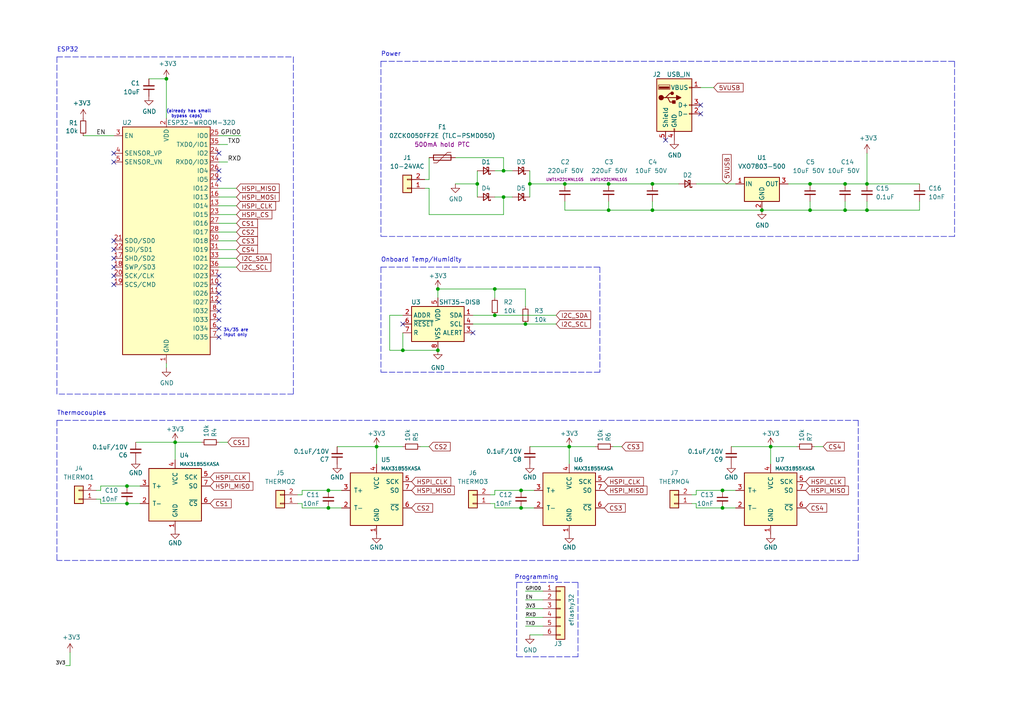
<source format=kicad_sch>
(kicad_sch (version 20211123) (generator eeschema)
  (paper "A4")
  (lib_symbols
    (symbol "Connector:USB_A" (pin_names (offset 1.016))
      (property "Reference" "J" (at -5.08 11.43 0))
      (property "Value" "USB_A" (at -5.08 8.89 0))
      (symbol "USB_A_0_1"
        (rectangle (start -5.08 -7.62) (end 5.08 7.62) (stroke (width 0.254)) (fill (type background)))
        (circle (center -3.81 2.159) (radius 0.635) (stroke (width 0.254)) (fill (type outline)))
        (rectangle (start -1.524 4.826) (end -4.318 5.334) (fill (type outline)))
        (rectangle (start -1.27 4.572) (end -4.572 5.842))
        (circle (center -0.635 3.429) (radius 0.381) (stroke (width 0.254)) (fill (type outline)))
        (rectangle (start -0.127 -7.62) (end 0.127 -6.858))
        (polyline (pts (xy -3.175 2.159) (xy -2.54 2.159) (xy -1.27 3.429) (xy -0.635 3.429)) (stroke (width 0.254)))
        (polyline (pts (xy -2.54 2.159) (xy -1.905 2.159) (xy -1.27 0.889) (xy 0 0.889)) (stroke (width 0.254)))
        (polyline (pts (xy 0.635 2.794) (xy 0.635 1.524) (xy 1.905 2.159) (xy 0.635 2.794)) (stroke (width 0.254)) (fill (type outline)))
        (rectangle (start 0.254 1.27) (end -0.508 0.508) (stroke (width 0.254)) (fill (type outline)))
        (rectangle (start 5.08 -2.667) (end 4.318 -2.413))
        (rectangle (start 5.08 -0.127) (end 4.318 0.127))
        (rectangle (start 5.08 4.953) (end 4.318 5.207))
      )
      (symbol "USB_A_1_1"
        (polyline (pts (xy -1.905 2.159) (xy 0.635 2.159)) (stroke (width 0.254)))
        (pin power_in line (at 7.62 5.08 180) (length 2.54) (name "VBUS") (number "1"))
        (pin bidirectional line (at 7.62 -2.54 180) (length 2.54) (name "D-") (number "2"))
        (pin bidirectional line (at 7.62 0 180) (length 2.54) (name "D+") (number "3"))
        (pin power_in line (at 0 -10.16 90) (length 2.54) (name "GND") (number "4"))
        (pin passive line (at -2.54 -10.16 90) (length 2.54) (name "Shield") (number "5"))
      )
    )
    (symbol "Connector_Generic:Conn_01x02" (pin_names (offset 1.016) hide)
      (property "Reference" "J" (at 0 2.54 0))
      (property "Value" "Conn_01x02" (at 0 -5.08 0))
      (symbol "Conn_01x02_1_1"
        (rectangle (start -1.27 -2.413) (end 0 -2.667) (stroke (width 0.1524)))
        (rectangle (start -1.27 0.127) (end 0 -0.127) (stroke (width 0.1524)))
        (rectangle (start -1.27 1.27) (end 1.27 -3.81) (stroke (width 0.254)) (fill (type background)))
        (pin passive line (at -5.08 0 0) (length 3.81) (name "Pin_1") (number "1"))
        (pin passive line (at -5.08 -2.54 0) (length 3.81) (name "Pin_2") (number "2"))
      )
    )
    (symbol "Connector_Generic:Conn_01x06" (pin_names (offset 1.016) hide)
      (property "Reference" "J" (at 0 7.62 0))
      (property "Value" "Conn_01x06" (at 0 -10.16 0))
      (symbol "Conn_01x06_1_1"
        (rectangle (start -1.27 -7.493) (end 0 -7.747) (stroke (width 0.1524)))
        (rectangle (start -1.27 -4.953) (end 0 -5.207) (stroke (width 0.1524)))
        (rectangle (start -1.27 -2.413) (end 0 -2.667) (stroke (width 0.1524)))
        (rectangle (start -1.27 0.127) (end 0 -0.127) (stroke (width 0.1524)))
        (rectangle (start -1.27 2.667) (end 0 2.413) (stroke (width 0.1524)))
        (rectangle (start -1.27 5.207) (end 0 4.953) (stroke (width 0.1524)))
        (rectangle (start -1.27 6.35) (end 1.27 -8.89) (stroke (width 0.254)) (fill (type background)))
        (pin passive line (at -5.08 5.08 0) (length 3.81) (name "Pin_1") (number "1"))
        (pin passive line (at -5.08 2.54 0) (length 3.81) (name "Pin_2") (number "2"))
        (pin passive line (at -5.08 0 0) (length 3.81) (name "Pin_3") (number "3"))
        (pin passive line (at -5.08 -2.54 0) (length 3.81) (name "Pin_4") (number "4"))
        (pin passive line (at -5.08 -5.08 0) (length 3.81) (name "Pin_5") (number "5"))
        (pin passive line (at -5.08 -7.62 0) (length 3.81) (name "Pin_6") (number "6"))
      )
    )
    (symbol "Device:C_Small" (pin_numbers hide) (pin_names (offset 0.254) hide)
      (property "Reference" "C" (at 0.254 1.778 0))
      (property "Value" "C_Small" (at 0.254 -2.032 0))
      (symbol "C_Small_0_1"
        (polyline (pts (xy -1.524 -0.508) (xy 1.524 -0.508)) (stroke (width 0.3302)))
        (polyline (pts (xy -1.524 0.508) (xy 1.524 0.508)) (stroke (width 0.3048)))
      )
      (symbol "C_Small_1_1"
        (pin passive line (at 0 2.54 270) (length 2.032) (name "~") (number "1"))
        (pin passive line (at 0 -2.54 90) (length 2.032) (name "~") (number "2"))
      )
    )
    (symbol "Device:D_Schottky_Small" (pin_numbers hide) (pin_names (offset 0.254) hide)
      (property "Reference" "D" (at -1.27 2.032 0))
      (property "Value" "D_Schottky_Small" (at -7.112 -2.032 0))
      (symbol "D_Schottky_Small_0_1"
        (polyline (pts (xy -0.762 0) (xy 0.762 0)))
        (polyline (pts (xy 0.762 -1.016) (xy -0.762 0) (xy 0.762 1.016) (xy 0.762 -1.016)) (stroke (width 0.254)))
        (polyline (pts (xy -1.27 0.762) (xy -1.27 1.016) (xy -0.762 1.016) (xy -0.762 -1.016) (xy -0.254 -1.016) (xy -0.254 -0.762)) (stroke (width 0.254)))
      )
      (symbol "D_Schottky_Small_1_1"
        (pin passive line (at -2.54 0 0) (length 1.778) (name "K") (number "1"))
        (pin passive line (at 2.54 0 180) (length 1.778) (name "A") (number "2"))
      )
    )
    (symbol "Device:Polyfuse" (pin_numbers hide) (pin_names (offset 0))
      (property "Reference" "F" (at -2.54 0 90))
      (property "Value" "Polyfuse" (at 2.54 0 90))
      (symbol "Polyfuse_0_1"
        (rectangle (start -0.762 2.54) (end 0.762 -2.54) (stroke (width 0.254)))
        (polyline (pts (xy 0 2.54) (xy 0 -2.54)))
        (polyline (pts (xy -1.524 2.54) (xy -1.524 1.524) (xy 1.524 -1.524) (xy 1.524 -2.54)))
      )
      (symbol "Polyfuse_1_1"
        (pin passive line (at 0 3.81 270) (length 1.27) (name "~") (number "1"))
        (pin passive line (at 0 -3.81 90) (length 1.27) (name "~") (number "2"))
      )
    )
    (symbol "Device:R_Small" (pin_numbers hide) (pin_names (offset 0.254) hide)
      (property "Reference" "R" (at 0.762 0.508 0))
      (property "Value" "R_Small" (at 0.762 -1.016 0))
      (symbol "R_Small_0_1"
        (rectangle (start -0.762 1.778) (end 0.762 -1.778) (stroke (width 0.2032)))
      )
      (symbol "R_Small_1_1"
        (pin passive line (at 0 2.54 270) (length 0.762) (name "~") (number "1"))
        (pin passive line (at 0 -2.54 90) (length 0.762) (name "~") (number "2"))
      )
    )
    (symbol "RF_Module:ESP32-WROOM-32D"
      (property "Reference" "U" (at -12.7 34.29 0))
      (property "Value" "ESP32-WROOM-32D" (at 1.27 34.29 0))
      (symbol "ESP32-WROOM-32D_0_1"
        (rectangle (start -12.7 33.02) (end 12.7 -33.02) (stroke (width 0.254)) (fill (type background)))
      )
      (symbol "ESP32-WROOM-32D_1_1"
        (pin power_in line (at 0 -35.56 90) (length 2.54) (name "GND") (number "1"))
        (pin bidirectional line (at 15.24 -12.7 180) (length 2.54) (name "IO25") (number "10"))
        (pin bidirectional line (at 15.24 -15.24 180) (length 2.54) (name "IO26") (number "11"))
        (pin bidirectional line (at 15.24 -17.78 180) (length 2.54) (name "IO27") (number "12"))
        (pin bidirectional line (at 15.24 10.16 180) (length 2.54) (name "IO14") (number "13"))
        (pin bidirectional line (at 15.24 15.24 180) (length 2.54) (name "IO12") (number "14"))
        (pin passive line (at 0 -35.56 90) (length 2.54) hide (name "GND") (number "15"))
        (pin bidirectional line (at 15.24 12.7 180) (length 2.54) (name "IO13") (number "16"))
        (pin bidirectional line (at -15.24 -5.08 0) (length 2.54) (name "SHD/SD2") (number "17"))
        (pin bidirectional line (at -15.24 -7.62 0) (length 2.54) (name "SWP/SD3") (number "18"))
        (pin bidirectional line (at -15.24 -12.7 0) (length 2.54) (name "SCS/CMD") (number "19"))
        (pin power_in line (at 0 35.56 270) (length 2.54) (name "VDD") (number "2"))
        (pin bidirectional line (at -15.24 -10.16 0) (length 2.54) (name "SCK/CLK") (number "20"))
        (pin bidirectional line (at -15.24 0 0) (length 2.54) (name "SDO/SD0") (number "21"))
        (pin bidirectional line (at -15.24 -2.54 0) (length 2.54) (name "SDI/SD1") (number "22"))
        (pin bidirectional line (at 15.24 7.62 180) (length 2.54) (name "IO15") (number "23"))
        (pin bidirectional line (at 15.24 25.4 180) (length 2.54) (name "IO2") (number "24"))
        (pin bidirectional line (at 15.24 30.48 180) (length 2.54) (name "IO0") (number "25"))
        (pin bidirectional line (at 15.24 20.32 180) (length 2.54) (name "IO4") (number "26"))
        (pin bidirectional line (at 15.24 5.08 180) (length 2.54) (name "IO16") (number "27"))
        (pin bidirectional line (at 15.24 2.54 180) (length 2.54) (name "IO17") (number "28"))
        (pin bidirectional line (at 15.24 17.78 180) (length 2.54) (name "IO5") (number "29"))
        (pin input line (at -15.24 30.48 0) (length 2.54) (name "EN") (number "3"))
        (pin bidirectional line (at 15.24 0 180) (length 2.54) (name "IO18") (number "30"))
        (pin bidirectional line (at 15.24 -2.54 180) (length 2.54) (name "IO19") (number "31"))
        (pin no_connect line (at -12.7 -27.94 0) (length 2.54) hide (name "NC") (number "32"))
        (pin bidirectional line (at 15.24 -5.08 180) (length 2.54) (name "IO21") (number "33"))
        (pin bidirectional line (at 15.24 22.86 180) (length 2.54) (name "RXD0/IO3") (number "34"))
        (pin bidirectional line (at 15.24 27.94 180) (length 2.54) (name "TXD0/IO1") (number "35"))
        (pin bidirectional line (at 15.24 -7.62 180) (length 2.54) (name "IO22") (number "36"))
        (pin bidirectional line (at 15.24 -10.16 180) (length 2.54) (name "IO23") (number "37"))
        (pin passive line (at 0 -35.56 90) (length 2.54) hide (name "GND") (number "38"))
        (pin passive line (at 0 -35.56 90) (length 2.54) hide (name "GND") (number "39"))
        (pin input line (at -15.24 25.4 0) (length 2.54) (name "SENSOR_VP") (number "4"))
        (pin input line (at -15.24 22.86 0) (length 2.54) (name "SENSOR_VN") (number "5"))
        (pin input line (at 15.24 -25.4 180) (length 2.54) (name "IO34") (number "6"))
        (pin input line (at 15.24 -27.94 180) (length 2.54) (name "IO35") (number "7"))
        (pin bidirectional line (at 15.24 -20.32 180) (length 2.54) (name "IO32") (number "8"))
        (pin bidirectional line (at 15.24 -22.86 180) (length 2.54) (name "IO33") (number "9"))
      )
    )
    (symbol "Regulator_Linear:L7805" (pin_names (offset 0.254))
      (property "Reference" "U" (at -3.81 3.175 0))
      (property "Value" "L7805" (at 0 3.175 0))
      (symbol "L7805_0_1"
        (rectangle (start -5.08 1.905) (end 5.08 -5.08) (stroke (width 0.254)) (fill (type background)))
      )
      (symbol "L7805_1_1"
        (pin power_in line (at -7.62 0 0) (length 2.54) (name "IN") (number "1"))
        (pin power_in line (at 0 -7.62 90) (length 2.54) (name "GND") (number "2"))
        (pin power_out line (at 7.62 0 180) (length 2.54) (name "OUT") (number "3"))
      )
    )
    (symbol "Sensor_Humidity:SHT30-DIS"
      (property "Reference" "U" (at -6.35 6.35 0))
      (property "Value" "SHT30-DIS" (at 6.35 6.35 0))
      (symbol "SHT30-DIS_0_1"
        (rectangle (start -7.62 5.08) (end 7.62 -5.08) (stroke (width 0.254)) (fill (type background)))
      )
      (symbol "SHT30-DIS_1_1"
        (pin bidirectional line (at 10.16 2.54 180) (length 2.54) (name "SDA") (number "1"))
        (pin input line (at -10.16 2.54 0) (length 2.54) (name "ADDR") (number "2"))
        (pin output line (at 10.16 -2.54 180) (length 2.54) (name "ALERT") (number "3"))
        (pin input line (at 10.16 0 180) (length 2.54) (name "SCL") (number "4"))
        (pin power_in line (at 0 7.62 270) (length 2.54) (name "VDD") (number "5"))
        (pin input line (at -10.16 0 0) (length 2.54) (name "~{RESET}") (number "6"))
        (pin passive line (at -10.16 -2.54 0) (length 2.54) (name "R") (number "7"))
        (pin power_in line (at 0 -7.62 90) (length 2.54) (name "VSS") (number "8"))
        (pin passive line (at 0 -7.62 90) (length 2.54) hide (name "VSS") (number "9"))
      )
    )
    (symbol "Sensor_Temperature:MAX31855KASA" (pin_names (offset 1.016))
      (property "Reference" "U" (at -7.62 8.89 0))
      (property "Value" "MAX31855KASA" (at 1.27 8.89 0))
      (symbol "MAX31855KASA_0_1"
        (rectangle (start -7.62 7.62) (end 7.62 -7.62) (stroke (width 0.254)) (fill (type background)))
      )
      (symbol "MAX31855KASA_1_1"
        (pin power_in line (at 0 -10.16 90) (length 2.54) (name "GND") (number "1"))
        (pin passive line (at -10.16 -2.54 0) (length 2.54) (name "T-") (number "2"))
        (pin passive line (at -10.16 2.54 0) (length 2.54) (name "T+") (number "3"))
        (pin power_in line (at 0 10.16 270) (length 2.54) (name "VCC") (number "4"))
        (pin input line (at 10.16 5.08 180) (length 2.54) (name "SCK") (number "5"))
        (pin input line (at 10.16 -2.54 180) (length 2.54) (name "~{CS}") (number "6"))
        (pin tri_state line (at 10.16 2.54 180) (length 2.54) (name "SO") (number "7"))
      )
    )
    (symbol "power:+3V3" (power) (pin_names (offset 0))
      (property "Value" "+3V3" (at 0 3.556 0))
      (symbol "+3V3_0_1"
        (polyline (pts (xy -0.762 1.27) (xy 0 2.54)))
        (polyline (pts (xy 0 0) (xy 0 2.54)))
        (polyline (pts (xy 0 2.54) (xy 0.762 1.27)))
      )
      (symbol "+3V3_1_1"
        (pin power_in line (at 0 0 90) (length 0) hide (name "+3V3") (number "1"))
      )
    )
    (symbol "power:GND" (power) (pin_names (offset 0))
      (property "Value" "GND" (at 0 -3.81 0))
      (symbol "GND_0_1"
        (polyline (pts (xy 0 0) (xy 0 -1.27) (xy 1.27 -1.27) (xy 0 -2.54) (xy -1.27 -1.27) (xy 0 -1.27)))
      )
      (symbol "GND_1_1"
        (pin power_in line (at 0 0 270) (length 0) hide (name "GND") (number "1"))
      )
    )
  )
  (junction (at 163.83 53.34))
  (junction (at 143.51 91.44) (diameter 0.9144))
  (junction (at 176.53 60.96))
  (junction (at 189.23 53.34))
  (junction (at 234.95 60.96))
  (junction (at 95.25 147.32))
  (junction (at 251.46 53.34))
  (junction (at 176.53 53.34))
  (junction (at 220.98 60.96))
  (junction (at 234.95 53.34))
  (junction (at 127 83.82) (diameter 0.9144))
  (junction (at 245.11 53.34))
  (junction (at 109.22 129.54))
  (junction (at 127 101.6) (diameter 0.9144))
  (junction (at 152.4 93.98) (diameter 0.9144))
  (junction (at 245.11 60.96))
  (junction (at 36.83 140.97))
  (junction (at 223.52 129.54))
  (junction (at 146.05 57.15))
  (junction (at 146.05 49.53))
  (junction (at 151.13 147.32))
  (junction (at 251.46 60.96))
  (junction (at 209.55 142.24))
  (junction (at 138.43 53.34))
  (junction (at 116.84 101.6) (diameter 0.9144))
  (junction (at 95.25 142.24))
  (junction (at 50.8 128.27))
  (junction (at 143.51 83.82) (diameter 0.9144))
  (junction (at 151.13 142.24))
  (junction (at 153.67 53.34))
  (junction (at 48.26 22.86))
  (junction (at 189.23 60.96))
  (junction (at 36.83 146.05))
  (junction (at 209.55 147.32))
  (junction (at 165.1 129.54))
  (no_connect (at 63.5 87.63))
  (no_connect (at 33.02 74.93))
  (no_connect (at 33.02 69.85))
  (no_connect (at 63.5 52.07))
  (no_connect (at 63.5 49.53))
  (no_connect (at 63.5 82.55))
  (no_connect (at 193.04 40.64))
  (no_connect (at 63.5 92.71))
  (no_connect (at 116.84 93.98))
  (no_connect (at 63.5 97.79))
  (no_connect (at 63.5 85.09))
  (no_connect (at 63.5 44.45))
  (no_connect (at 33.02 82.55))
  (no_connect (at 33.02 72.39))
  (no_connect (at 63.5 90.17))
  (no_connect (at 33.02 44.45))
  (no_connect (at 137.16 96.52))
  (no_connect (at 63.5 95.25))
  (no_connect (at 203.2 33.02))
  (no_connect (at 203.2 30.48))
  (no_connect (at 33.02 80.01))
  (no_connect (at 33.02 46.99))
  (no_connect (at 63.5 80.01))
  (no_connect (at 33.02 77.47))
  (polyline (pts (xy 248.92 162.56) (xy 16.51 162.56)))
  (wire (pts (xy 63.5 67.31) (xy 68.58 67.31)))
  (wire (pts (xy 43.18 22.86) (xy 48.26 22.86)))
  (wire (pts (xy 157.48 171.45) (xy 152.4 171.45)))
  (wire (pts (xy 176.53 60.96) (xy 163.83 60.96)))
  (wire (pts (xy 201.93 53.34) (xy 213.36 53.34)))
  (wire (pts (xy 36.83 140.97) (xy 40.64 140.97)))
  (wire (pts (xy 146.05 49.53) (xy 148.59 49.53)))
  (wire (pts (xy 63.5 64.77) (xy 68.58 64.77)))
  (wire (pts (xy 50.8 128.27) (xy 58.42 128.27)))
  (wire (pts (xy 63.5 62.23) (xy 68.58 62.23)))
  (wire (pts (xy 236.22 129.54) (xy 238.76 129.54)))
  (polyline (pts (xy 248.92 121.92) (xy 248.92 162.56)))
  (wire (pts (xy 251.46 44.45) (xy 251.46 53.34)))
  (wire (pts (xy 165.1 129.54) (xy 172.72 129.54)))
  (wire (pts (xy 151.13 147.32) (xy 154.94 147.32)))
  (wire (pts (xy 124.46 45.72) (xy 124.46 52.07)))
  (wire (pts (xy 36.83 146.05) (xy 40.64 146.05)))
  (wire (pts (xy 29.21 146.05) (xy 36.83 146.05)))
  (wire (pts (xy 165.1 129.54) (xy 165.1 134.62)))
  (polyline (pts (xy 167.64 190.5) (xy 149.86 190.5)))
  (wire (pts (xy 109.22 129.54) (xy 109.22 134.62)))
  (wire (pts (xy 48.26 22.86) (xy 48.26 34.29)))
  (wire (pts (xy 153.67 53.34) (xy 163.83 53.34)))
  (wire (pts (xy 87.63 146.05) (xy 87.63 147.32)))
  (wire (pts (xy 121.92 129.54) (xy 124.46 129.54)))
  (polyline (pts (xy 85.09 114.3) (xy 16.51 114.3)))
  (wire (pts (xy 142.24 143.51) (xy 143.51 143.51)))
  (polyline (pts (xy 173.99 77.47) (xy 173.99 107.95)))
  (polyline (pts (xy 16.51 121.92) (xy 248.92 121.92)))
  (wire (pts (xy 63.5 77.47) (xy 68.58 77.47)))
  (wire (pts (xy 223.52 129.54) (xy 223.52 134.62)))
  (wire (pts (xy 234.95 58.42) (xy 234.95 60.96)))
  (wire (pts (xy 152.4 93.98) (xy 161.29 93.98)))
  (wire (pts (xy 146.05 57.15) (xy 148.59 57.15)))
  (wire (pts (xy 200.66 143.51) (xy 201.93 143.51)))
  (polyline (pts (xy 173.99 107.95) (xy 110.49 107.95)))
  (wire (pts (xy 201.93 142.24) (xy 209.55 142.24)))
  (wire (pts (xy 212.09 129.54) (xy 223.52 129.54)))
  (wire (pts (xy 124.46 54.61) (xy 123.19 54.61)))
  (wire (pts (xy 27.94 144.78) (xy 29.21 144.78)))
  (wire (pts (xy 153.67 49.53) (xy 153.67 53.34)))
  (wire (pts (xy 228.6 53.34) (xy 234.95 53.34)))
  (wire (pts (xy 116.84 96.52) (xy 116.84 101.6)))
  (wire (pts (xy 146.05 57.15) (xy 146.05 62.23)))
  (wire (pts (xy 127 83.82) (xy 143.51 83.82)))
  (wire (pts (xy 157.48 181.61) (xy 152.4 181.61)))
  (wire (pts (xy 39.37 128.27) (xy 50.8 128.27)))
  (wire (pts (xy 86.36 143.51) (xy 87.63 143.51)))
  (wire (pts (xy 116.84 101.6) (xy 127 101.6)))
  (wire (pts (xy 137.16 93.98) (xy 152.4 93.98)))
  (wire (pts (xy 63.5 41.91) (xy 66.04 41.91)))
  (wire (pts (xy 50.8 128.27) (xy 50.8 133.35)))
  (polyline (pts (xy 85.09 16.51) (xy 85.09 114.3)))
  (wire (pts (xy 27.94 142.24) (xy 29.21 142.24)))
  (wire (pts (xy 152.4 83.82) (xy 143.51 83.82)))
  (wire (pts (xy 189.23 53.34) (xy 196.85 53.34)))
  (wire (pts (xy 201.93 143.51) (xy 201.93 142.24)))
  (wire (pts (xy 251.46 60.96) (xy 245.11 60.96)))
  (polyline (pts (xy 110.49 17.78) (xy 110.49 68.58)))
  (wire (pts (xy 153.67 53.34) (xy 153.67 57.15)))
  (wire (pts (xy 201.93 147.32) (xy 209.55 147.32)))
  (wire (pts (xy 143.51 143.51) (xy 143.51 142.24)))
  (wire (pts (xy 24.13 39.37) (xy 33.02 39.37)))
  (wire (pts (xy 201.93 146.05) (xy 201.93 147.32)))
  (wire (pts (xy 146.05 62.23) (xy 124.46 62.23)))
  (wire (pts (xy 209.55 142.24) (xy 213.36 142.24)))
  (wire (pts (xy 95.25 147.32) (xy 99.06 147.32)))
  (polyline (pts (xy 276.86 68.58) (xy 110.49 68.58)))
  (wire (pts (xy 29.21 140.97) (xy 36.83 140.97)))
  (polyline (pts (xy 110.49 77.47) (xy 110.49 107.95)))
  (wire (pts (xy 209.55 147.32) (xy 213.36 147.32)))
  (polyline (pts (xy 276.86 17.78) (xy 276.86 68.58)))
  (wire (pts (xy 203.2 25.4) (xy 207.01 25.4)))
  (wire (pts (xy 266.7 60.96) (xy 251.46 60.96)))
  (wire (pts (xy 124.46 62.23) (xy 124.46 54.61)))
  (polyline (pts (xy 16.51 16.51) (xy 85.09 16.51)))
  (wire (pts (xy 63.5 39.37) (xy 69.85 39.37)))
  (wire (pts (xy 87.63 147.32) (xy 95.25 147.32)))
  (polyline (pts (xy 110.49 17.78) (xy 276.86 17.78)))
  (wire (pts (xy 29.21 142.24) (xy 29.21 140.97)))
  (wire (pts (xy 124.46 52.07) (xy 123.19 52.07)))
  (wire (pts (xy 109.22 129.54) (xy 116.84 129.54)))
  (wire (pts (xy 63.5 59.69) (xy 68.58 59.69)))
  (wire (pts (xy 48.26 105.41) (xy 48.26 106.68)))
  (wire (pts (xy 157.48 184.15) (xy 153.67 184.15)))
  (polyline (pts (xy 16.51 16.51) (xy 16.51 114.3)))
  (wire (pts (xy 245.11 60.96) (xy 245.11 58.42)))
  (wire (pts (xy 176.53 53.34) (xy 189.23 53.34)))
  (wire (pts (xy 143.51 57.15) (xy 146.05 57.15)))
  (polyline (pts (xy 167.64 168.91) (xy 167.64 190.5)))
  (wire (pts (xy 143.51 91.44) (xy 161.29 91.44)))
  (wire (pts (xy 234.95 53.34) (xy 245.11 53.34)))
  (wire (pts (xy 137.16 91.44) (xy 143.51 91.44)))
  (wire (pts (xy 20.32 193.04) (xy 19.05 193.04)))
  (wire (pts (xy 200.66 146.05) (xy 201.93 146.05)))
  (wire (pts (xy 29.21 144.78) (xy 29.21 146.05)))
  (wire (pts (xy 127 83.82) (xy 127 86.36)))
  (wire (pts (xy 132.08 45.72) (xy 146.05 45.72)))
  (wire (pts (xy 146.05 49.53) (xy 146.05 45.72)))
  (wire (pts (xy 223.52 129.54) (xy 231.14 129.54)))
  (polyline (pts (xy 16.51 121.92) (xy 16.51 162.56)))
  (wire (pts (xy 113.03 91.44) (xy 113.03 101.6)))
  (wire (pts (xy 143.51 142.24) (xy 151.13 142.24)))
  (wire (pts (xy 116.84 91.44) (xy 113.03 91.44)))
  (wire (pts (xy 143.51 83.82) (xy 143.51 86.36)))
  (wire (pts (xy 63.5 72.39) (xy 68.58 72.39)))
  (wire (pts (xy 157.48 176.53) (xy 152.4 176.53)))
  (wire (pts (xy 63.5 74.93) (xy 68.58 74.93)))
  (wire (pts (xy 138.43 49.53) (xy 138.43 53.34)))
  (wire (pts (xy 152.4 88.9) (xy 152.4 83.82)))
  (wire (pts (xy 113.03 101.6) (xy 116.84 101.6)))
  (wire (pts (xy 143.51 147.32) (xy 151.13 147.32)))
  (wire (pts (xy 177.8 129.54) (xy 180.34 129.54)))
  (wire (pts (xy 251.46 53.34) (xy 245.11 53.34)))
  (wire (pts (xy 132.08 53.34) (xy 138.43 53.34)))
  (polyline (pts (xy 149.86 168.91) (xy 149.86 190.5)))
  (wire (pts (xy 87.63 143.51) (xy 87.63 142.24)))
  (wire (pts (xy 234.95 60.96) (xy 220.98 60.96)))
  (wire (pts (xy 176.53 58.42) (xy 176.53 60.96)))
  (wire (pts (xy 163.83 60.96) (xy 163.83 58.42)))
  (polyline (pts (xy 110.49 77.47) (xy 173.99 77.47)))
  (wire (pts (xy 163.83 53.34) (xy 176.53 53.34)))
  (wire (pts (xy 142.24 146.05) (xy 143.51 146.05)))
  (wire (pts (xy 251.46 53.34) (xy 266.7 53.34)))
  (wire (pts (xy 153.67 129.54) (xy 165.1 129.54)))
  (wire (pts (xy 189.23 60.96) (xy 176.53 60.96)))
  (wire (pts (xy 157.48 173.99) (xy 152.4 173.99)))
  (wire (pts (xy 143.51 146.05) (xy 143.51 147.32)))
  (wire (pts (xy 97.79 129.54) (xy 109.22 129.54)))
  (wire (pts (xy 157.48 179.07) (xy 152.4 179.07)))
  (wire (pts (xy 66.04 46.99) (xy 63.5 46.99)))
  (wire (pts (xy 189.23 60.96) (xy 220.98 60.96)))
  (wire (pts (xy 189.23 58.42) (xy 189.23 60.96)))
  (wire (pts (xy 63.5 54.61) (xy 68.58 54.61)))
  (wire (pts (xy 20.32 189.23) (xy 20.32 193.04)))
  (wire (pts (xy 63.5 128.27) (xy 66.04 128.27)))
  (wire (pts (xy 138.43 53.34) (xy 138.43 57.15)))
  (wire (pts (xy 234.95 60.96) (xy 245.11 60.96)))
  (wire (pts (xy 87.63 142.24) (xy 95.25 142.24)))
  (wire (pts (xy 63.5 69.85) (xy 68.58 69.85)))
  (wire (pts (xy 266.7 58.42) (xy 266.7 60.96)))
  (polyline (pts (xy 149.86 168.91) (xy 167.64 168.91)))
  (wire (pts (xy 151.13 142.24) (xy 154.94 142.24)))
  (wire (pts (xy 95.25 142.24) (xy 99.06 142.24)))
  (wire (pts (xy 86.36 146.05) (xy 87.63 146.05)))
  (wire (pts (xy 251.46 58.42) (xy 251.46 60.96)))
  (wire (pts (xy 63.5 57.15) (xy 68.58 57.15)))
  (wire (pts (xy 143.51 49.53) (xy 146.05 49.53)))
  (text "34/35 are\ninput only" (at 64.77 97.79 0) (effects (font (size 0.889 0.889)) (justify left bottom)))
  (text "ESP32" (at 16.51 15.24 0) (effects (font (size 1.27 1.27)) (justify left bottom)))
  (text "Thermocouples" (at 16.51 120.65 0) (effects (font (size 1.27 1.27)) (justify left bottom)))
  (text "Onboard Temp/Humidity" (at 110.49 76.2 0) (effects (font (size 1.27 1.27)) (justify left bottom)))
  (text "(already has small \n  bypass caps)" (at 48.26 34.29 0) (effects (font (size 0.889 0.889)) (justify left bottom)))
  (text "Programming" (at 149.225 168.275 0) (effects (font (size 1.27 1.27)) (justify left bottom)))
  (text "Power" (at 110.49 16.51 0) (effects (font (size 1.27 1.27)) (justify left bottom)))
  (label "TXD" (at 66.04 41.91 0))
  (label "EN" (at 27.94 39.37 0))
  (label "GPIO0" (at 152.4 171.45 0) (effects (font (size 0.9906 0.9906))))
  (label "EN" (at 152.4 173.99 0) (effects (font (size 0.9906 0.9906))))
  (label "3V3" (at 152.4 176.53 0) (effects (font (size 0.9906 0.9906))))
  (label "3V3" (at 19.05 193.04 180) (effects (font (size 0.9906 0.9906))))
  (label "GPIO0" (at 69.85 39.37 180))
  (label "RXD" (at 66.04 46.99 0))
  (label "RXD" (at 152.4 179.07 0) (effects (font (size 0.9906 0.9906))))
  (label "TXD" (at 152.4 181.61 0) (effects (font (size 0.9906 0.9906))))
  (global_label "I2C_SCL" (shape input) (at 161.29 93.98 0) (property "Intersheet References" "${INTERSHEET_REFS}" (effects hide)))
  (global_label "HSPI_CLK" (shape input) (at 68.58 59.69 0) (property "Intersheet References" "${INTERSHEET_REFS}" (effects hide)))
  (global_label "CS2" (shape input) (at 124.46 129.54 0) (property "Intersheet References" "${INTERSHEET_REFS}" (effects hide)))
  (global_label "HSPI_MISO" (shape input) (at 60.96 140.97 0) (property "Intersheet References" "${INTERSHEET_REFS}" (effects hide)))
  (global_label "CS4" (shape input) (at 68.58 72.39 0) (property "Intersheet References" "${INTERSHEET_REFS}" (effects hide)))
  (global_label "I2C_SCL" (shape input) (at 68.58 77.47 0) (property "Intersheet References" "${INTERSHEET_REFS}" (effects hide)))
  (global_label "CS2" (shape input) (at 68.58 67.31 0) (property "Intersheet References" "${INTERSHEET_REFS}" (effects hide)))
  (global_label "CS1" (shape input) (at 66.04 128.27 0) (property "Intersheet References" "${INTERSHEET_REFS}" (effects hide)))
  (global_label "HSPI_MISO" (shape input) (at 175.26 142.24 0) (property "Intersheet References" "${INTERSHEET_REFS}" (effects hide)))
  (global_label "HSPI_MISO" (shape input) (at 119.38 142.24 0) (property "Intersheet References" "${INTERSHEET_REFS}" (effects hide)))
  (global_label "HSPI_MISO" (shape input) (at 233.68 142.24 0) (property "Intersheet References" "${INTERSHEET_REFS}" (effects hide)))
  (global_label "5VUSB" (shape input) (at 210.82 53.34 90) (property "Intersheet References" "${INTERSHEET_REFS}" (effects hide)))
  (global_label "CS4" (shape input) (at 233.68 147.32 0) (property "Intersheet References" "${INTERSHEET_REFS}" (effects hide)))
  (global_label "CS3" (shape input) (at 175.26 147.32 0) (property "Intersheet References" "${INTERSHEET_REFS}" (effects hide)))
  (global_label "5VUSB" (shape input) (at 207.01 25.4 0) (property "Intersheet References" "${INTERSHEET_REFS}" (effects hide)))
  (global_label "CS3" (shape input) (at 68.58 69.85 0) (property "Intersheet References" "${INTERSHEET_REFS}" (effects hide)))
  (global_label "HSPI_CLK" (shape input) (at 60.96 138.43 0) (property "Intersheet References" "${INTERSHEET_REFS}" (effects hide)))
  (global_label "HSPI_CLK" (shape input) (at 233.68 139.7 0) (property "Intersheet References" "${INTERSHEET_REFS}" (effects hide)))
  (global_label "HSPI_CS" (shape input) (at 68.58 62.23 0) (property "Intersheet References" "${INTERSHEET_REFS}" (effects hide)))
  (global_label "I2C_SDA" (shape input) (at 161.29 91.44 0) (property "Intersheet References" "${INTERSHEET_REFS}" (effects hide)))
  (global_label "CS3" (shape input) (at 180.34 129.54 0) (property "Intersheet References" "${INTERSHEET_REFS}" (effects hide)))
  (global_label "CS4" (shape input) (at 238.76 129.54 0) (property "Intersheet References" "${INTERSHEET_REFS}" (effects hide)))
  (global_label "I2C_SDA" (shape input) (at 68.58 74.93 0) (property "Intersheet References" "${INTERSHEET_REFS}" (effects hide)))
  (global_label "HSPI_MOSI" (shape input) (at 68.58 57.15 0) (property "Intersheet References" "${INTERSHEET_REFS}" (effects hide)))
  (global_label "HSPI_MISO" (shape input) (at 68.58 54.61 0) (property "Intersheet References" "${INTERSHEET_REFS}" (effects hide)))
  (global_label "CS1" (shape input) (at 68.58 64.77 0) (property "Intersheet References" "${INTERSHEET_REFS}" (effects hide)))
  (global_label "HSPI_CLK" (shape input) (at 119.38 139.7 0) (property "Intersheet References" "${INTERSHEET_REFS}" (effects hide)))
  (global_label "HSPI_CLK" (shape input) (at 175.26 139.7 0) (property "Intersheet References" "${INTERSHEET_REFS}" (effects hide)))
  (global_label "CS1" (shape input) (at 60.96 146.05 0) (property "Intersheet References" "${INTERSHEET_REFS}" (effects hide)))
  (global_label "CS2" (shape input) (at 119.38 147.32 0) (property "Intersheet References" "${INTERSHEET_REFS}" (effects hide)))
  (symbol (lib_id "power:+3V3") (at 50.8 128.27 0) (unit 1)
    (property "Reference" "#PWR012" (effects hide))
    (property "Value" "+3V3" (at 50.8 124.46 0))
  )
  (symbol (lib_id "Device:D_Schottky_Small") (at 199.39 53.34 180) (unit 1)
    (property "Reference" "D2" (at 199.39 50.8 0))
    (property "Value" "B5819" (effects hide))
    (property "Footprint" "Diode_SMD:D_SOD-123" (effects hide))
    (property "LCSC" "C8598" (effects hide))
  )
  (symbol (lib_id "Device:R_Small") (at 143.51 88.9 0) (unit 1)
    (property "Reference" "R2" (at 146.05 87.6299 0) (effects (justify left)))
    (property "Value" "10k" (at 146.05 90.1699 0) (effects (justify left)))
    (property "Footprint" "Resistor_SMD:R_0805_2012Metric" (effects hide))
    (property "LCSC" "C17414" (effects hide))
  )
  (symbol (lib_id "Device:C_Small") (at 39.37 130.81 180) (unit 1)
    (property "Reference" "C6" (at 37.0332 131.9784 0) (effects (justify left)))
    (property "Value" "0.1uF/10V" (at 37.0332 129.667 0) (effects (justify left)))
    (property "Footprint" "Capacitor_SMD:C_0805_2012Metric" (effects hide))
    (property "LCSC" "C49678" (effects hide))
  )
  (symbol (lib_id "Connector_Generic:Conn_01x02") (at 22.86 144.78 180) (unit 1)
    (property "Reference" "J4" (at 22.86 135.89 0))
    (property "Value" "THERMO1" (at 22.86 138.43 0))
    (property "Footprint" "Connector_Phoenix_MC:PhoenixContact_MC_1,5_2-G-3.81_1x02_P3.81mm_Horizontal" (effects hide))
    (property "LCSC" "C8387" (effects hide))
  )
  (symbol (lib_id "power:+3V3") (at 48.26 22.86 0) (unit 1)
    (property "Reference" "#PWR01" (effects hide))
    (property "Value" "+3V3" (at 48.641 18.4658 0))
  )
  (symbol (lib_id "power:GND") (at 127 101.6 0) (unit 1)
    (property "Reference" "#PWR010" (effects hide))
    (property "Value" "GND" (at 127 106.68 0))
  )
  (symbol (lib_id "Sensor_Temperature:MAX31855KASA") (at 223.52 144.78 0) (unit 1)
    (property "Reference" "U7" (at 224.79 133.35 0) (effects (justify left)))
    (property "Value" "MAX31855KASA" (at 224.79 135.89 0) (effects (font (size 1 1)) (justify left)))
    (property "Footprint" "Package_SO:SOIC-8_3.9x4.9mm_P1.27mm" (effects hide))
    (property "Datasheet" "http://datasheets.maximintegrated.com/en/ds/MAX31855.pdf" (effects hide))
    (property "LCSC" "C52028" (effects hide))
  )
  (symbol (lib_id "Device:C_Small") (at 245.11 55.88 0) (unit 1)
    (property "Reference" "C14" (at 243.84 46.99 0) (effects (justify left)))
    (property "Value" "10uF 50V" (at 240.03 49.53 0) (effects (justify left)))
    (property "Footprint" "Capacitor_SMD:C_1206_3216Metric" (effects hide))
    (property "Part" "CL31A106KBHNNNE" (effects hide))
    (property "LCSC" "C13585" (effects hide))
  )
  (symbol (lib_id "Device:C_Small") (at 212.09 132.08 180) (unit 1)
    (property "Reference" "C9" (at 209.7532 133.2484 0) (effects (justify left)))
    (property "Value" "0.1uF/10V" (at 209.7532 130.937 0) (effects (justify left)))
    (property "Footprint" "Capacitor_SMD:C_0805_2012Metric" (effects hide))
    (property "LCSC" "C49678" (effects hide))
  )
  (symbol (lib_id "Device:C_Small") (at 97.79 132.08 180) (unit 1)
    (property "Reference" "C7" (at 95.4532 133.2484 0) (effects (justify left)))
    (property "Value" "0.1uF/10V" (at 95.4532 130.937 0) (effects (justify left)))
    (property "Footprint" "Capacitor_SMD:C_0805_2012Metric" (effects hide))
    (property "LCSC" "C49678" (effects hide))
  )
  (symbol (lib_id "Device:C_Small") (at 163.83 55.88 0) (unit 1)
    (property "Reference" "C2" (at 162.56 46.99 0) (effects (justify left)))
    (property "Value" "220uF 50V" (at 158.75 49.53 0) (effects (justify left)))
    (property "Footprint" "Capacitor_SMD:CP_Elec_10x10" (effects hide))
    (property "Part" "UWT1H221MNL1GS" (at 163.83 52.07 0) (effects (font (size 0.7874 0.7874))))
    (property "LCSC" "C125977" (effects hide))
  )
  (symbol (lib_id "Device:C_Small") (at 36.83 143.51 0) (unit 1)
    (property "Reference" "C10" (at 34.29 142.2462 0) (effects (justify right)))
    (property "Value" "10nF" (at 34.29 144.7862 0) (effects (justify right)))
    (property "Footprint" "Capacitor_SMD:C_0402_1005Metric" (effects hide))
    (property "LCSC" "C15195" (effects hide))
    (property "Part" "CL05B103KB5NNNC" (effects hide))
  )
  (symbol (lib_id "Connector_Generic:Conn_01x02") (at 195.58 146.05 180) (unit 1)
    (property "Reference" "J7" (at 195.58 137.16 0))
    (property "Value" "THERMO4" (at 195.58 139.7 0))
    (property "Footprint" "Connector_Phoenix_MC:PhoenixContact_MC_1,5_2-G-3.81_1x02_P3.81mm_Horizontal" (effects hide))
    (property "LCSC" "C8387" (effects hide))
  )
  (symbol (lib_id "power:GND") (at 43.18 27.94 0) (unit 1)
    (property "Reference" "#PWR02" (effects hide))
    (property "Value" "GND" (at 43.307 32.3342 0))
  )
  (symbol (lib_id "power:GND") (at 212.09 134.62 0) (unit 1)
    (property "Reference" "#PWR019" (effects hide))
    (property "Value" "GND" (at 212.09 138.43 0))
  )
  (symbol (lib_id "Connector_Generic:Conn_01x02") (at 137.16 146.05 180) (unit 1)
    (property "Reference" "J6" (at 137.16 137.16 0))
    (property "Value" "THERMO3" (at 137.16 139.7 0))
    (property "Footprint" "Connector_Phoenix_MC:PhoenixContact_MC_1,5_2-G-3.81_1x02_P3.81mm_Horizontal" (effects hide))
    (property "LCSC" "C8387" (effects hide))
  )
  (symbol (lib_id "Connector_Generic:Conn_01x02") (at 81.28 146.05 180) (unit 1)
    (property "Reference" "J5" (at 81.28 137.16 0))
    (property "Value" "THERMO2" (at 81.28 139.7 0))
    (property "Footprint" "Connector_Phoenix_MC:PhoenixContact_MC_1,5_2-G-3.81_1x02_P3.81mm_Horizontal" (effects hide))
    (property "LCSC" "C8387" (effects hide))
  )
  (symbol (lib_id "power:+3V3") (at 24.13 34.29 0) (mirror y) (unit 1)
    (property "Reference" "#PWR03" (effects hide))
    (property "Value" "+3V3" (at 23.749 29.8958 0))
  )
  (symbol (lib_id "Device:D_Schottky_Small") (at 151.13 49.53 180) (unit 1)
    (property "Reference" "D3" (at 151.13 46.99 0))
    (property "Value" "B5819" (effects hide))
    (property "Footprint" "Diode_SMD:D_SOD-123" (effects hide))
    (property "LCSC" "C8598" (effects hide))
  )
  (symbol (lib_id "Connector:USB_A") (at 195.58 30.48 0) (unit 1)
    (property "Reference" "J2" (at 190.5 21.59 0))
    (property "Value" "USB_IN" (at 196.85 21.59 0))
    (property "Footprint" "Connector_USB:USB_Micro-B_Amphenol_10118194_Horizontal" (effects hide))
    (property "Datasheet" " ~" (effects hide))
    (property "LCSC" "C112454" (effects hide))
  )
  (symbol (lib_id "Device:C_Small") (at 266.7 55.88 0) (mirror x) (unit 1)
    (property "Reference" "C16" (at 269.24 54.6035 0) (effects (justify left)))
    (property "Value" "10nF" (at 269.24 57.1435 0) (effects (justify left)))
    (property "Footprint" "Capacitor_SMD:C_0402_1005Metric" (effects hide))
    (property "LCSC" "C15195" (effects hide))
    (property "Part" "CL05B103KB5NNNC" (effects hide))
  )
  (symbol (lib_id "Connector_Generic:Conn_01x06") (at 162.56 176.53 0) (unit 1)
    (property "Reference" "J3" (at 160.655 186.69 0) (effects (justify left)))
    (property "Value" "eflashy32" (at 165.735 181.61 90) (effects (justify left)))
    (property "Footprint" "Connector_PinHeader_2.54mm:PinHeader_1x06_P2.54mm_Vertical" (effects hide))
  )
  (symbol (lib_id "Sensor_Humidity:SHT30-DIS") (at 127 93.98 0) (unit 1)
    (property "Reference" "U3" (at 120.65 87.63 0))
    (property "Value" "SHT35-DISB" (at 133.35 87.63 0))
    (property "Footprint" "Sensor_Humidity:Sensirion_DFN-8-1EP_2.5x2.5mm_P0.5mm_EP1.1x1.7mm" (effects hide))
    (property "Datasheet" "https://www.sensirion.com/fileadmin/user_upload/customers/sensirion/Dokumente/2_Humidity_Sensors/Datasheets/Sensirion_Humidity_Sensors_SHT3x_Datasheet_digital.pdf" (effects hide))
    (property "LCSC" "C90161" (effects hide))
  )
  (symbol (lib_id "Device:C_Small") (at 43.18 25.4 0) (mirror x) (unit 1)
    (property "Reference" "C1" (at 40.64 24.1299 0) (effects (justify right)))
    (property "Value" "10uF" (at 40.64 26.6699 0) (effects (justify right)))
    (property "Footprint" "Capacitor_SMD:C_0805_2012Metric" (effects hide))
    (property "LCSC" "C15850" (effects hide))
  )
  (symbol (lib_id "power:+3V3") (at 165.1 129.54 0) (unit 1)
    (property "Reference" "#PWR014" (effects hide))
    (property "Value" "+3V3" (at 165.1 125.73 0))
  )
  (symbol (lib_id "Device:C_Small") (at 234.95 55.88 0) (unit 1)
    (property "Reference" "C5" (at 233.68 46.99 0) (effects (justify left)))
    (property "Value" "10uF 50V" (at 229.87 49.53 0) (effects (justify left)))
    (property "Footprint" "Capacitor_SMD:C_1206_3216Metric" (effects hide))
    (property "Part" "CL31A106KBHNNNE" (effects hide))
    (property "LCSC" "C13585" (effects hide))
  )
  (symbol (lib_id "Device:R_Small") (at 175.26 129.54 90) (mirror x) (unit 1)
    (property "Reference" "R6" (at 176.4284 128.0668 0) (effects (justify right)))
    (property "Value" "10k" (at 174.117 128.0668 0) (effects (justify right)))
    (property "Footprint" "Resistor_SMD:R_1206_3216Metric" (effects hide))
    (property "LCSC" "C17414" (effects hide))
  )
  (symbol (lib_id "Device:R_Small") (at 60.96 128.27 90) (mirror x) (unit 1)
    (property "Reference" "R4" (at 62.1284 126.7968 0) (effects (justify right)))
    (property "Value" "10k" (at 59.817 126.7968 0) (effects (justify right)))
    (property "Footprint" "Resistor_SMD:R_1206_3216Metric" (effects hide))
    (property "LCSC" "C17414" (effects hide))
  )
  (symbol (lib_id "Device:C_Small") (at 95.25 144.78 0) (unit 1)
    (property "Reference" "C11" (at 92.71 143.5162 0) (effects (justify right)))
    (property "Value" "10nF" (at 92.71 146.0562 0) (effects (justify right)))
    (property "Footprint" "Capacitor_SMD:C_0402_1005Metric" (effects hide))
    (property "LCSC" "C15195" (effects hide))
    (property "Part" "CL05B103KB5NNNC" (effects hide))
  )
  (symbol (lib_id "Device:D_Schottky_Small") (at 151.13 57.15 180) (unit 1)
    (property "Reference" "D5" (at 151.13 54.61 0))
    (property "Value" "B5819" (effects hide))
    (property "Footprint" "Diode_SMD:D_SOD-123" (effects hide))
    (property "LCSC" "C8598" (effects hide))
  )
  (symbol (lib_id "Device:R_Small") (at 24.13 36.83 0) (mirror x) (unit 1)
    (property "Reference" "R1" (at 22.6568 35.6616 0) (effects (justify right)))
    (property "Value" "10k" (at 22.6568 37.973 0) (effects (justify right)))
    (property "Footprint" "Resistor_SMD:R_1206_3216Metric" (effects hide))
    (property "LCSC" "C17414" (effects hide))
  )
  (symbol (lib_id "power:GND") (at 165.1 154.94 0) (unit 1)
    (property "Reference" "#PWR022" (effects hide))
    (property "Value" "GND" (at 165.1 158.75 0))
  )
  (symbol (lib_id "Device:C_Small") (at 189.23 55.88 0) (unit 1)
    (property "Reference" "C4" (at 187.96 46.99 0) (effects (justify left)))
    (property "Value" "10uF 50V" (at 184.15 49.53 0) (effects (justify left)))
    (property "Footprint" "Capacitor_SMD:C_1206_3216Metric" (effects hide))
    (property "Part" "CL31A106KBHNNNE" (effects hide))
    (property "LCSC" "C13585" (effects hide))
  )
  (symbol (lib_id "power:+3V3") (at 223.52 129.54 0) (unit 1)
    (property "Reference" "#PWR015" (effects hide))
    (property "Value" "+3V3" (at 223.52 125.73 0))
  )
  (symbol (lib_id "power:+3V3") (at 109.22 129.54 0) (unit 1)
    (property "Reference" "#PWR013" (effects hide))
    (property "Value" "+3V3" (at 109.22 125.73 0))
  )
  (symbol (lib_id "Device:Polyfuse") (at 128.27 45.72 270) (unit 1)
    (property "Reference" "F1" (at 128.27 36.83 90))
    (property "Value" "0ZCK0050FF2E (TLC-PSMD050)" (at 128.27 39.37 90))
    (property "Footprint" "Fuse:Fuse_0805_2012Metric_Pad1.15x1.40mm_HandSolder" (effects hide))
    (property "Desc" "500mA hold PTC" (at 128.27 41.91 90))
    (property "LCSC" "C261942" (effects hide))
  )
  (symbol (lib_id "Device:C_Small") (at 209.55 144.78 0) (unit 1)
    (property "Reference" "C13" (at 207.01 143.5162 0) (effects (justify right)))
    (property "Value" "10nF" (at 207.01 146.0562 0) (effects (justify right)))
    (property "Footprint" "Capacitor_SMD:C_0402_1005Metric" (effects hide))
    (property "LCSC" "C15195" (effects hide))
    (property "Part" "CL05B103KB5NNNC" (effects hide))
  )
  (symbol (lib_id "power:GND") (at 50.8 153.67 0) (unit 1)
    (property "Reference" "#PWR020" (effects hide))
    (property "Value" "GND" (at 50.8 157.48 0))
  )
  (symbol (lib_id "power:GND") (at 223.52 154.94 0) (unit 1)
    (property "Reference" "#PWR023" (effects hide))
    (property "Value" "GND" (at 223.52 158.75 0))
  )
  (symbol (lib_id "Regulator_Linear:L7805") (at 220.98 53.34 0) (unit 1)
    (property "Reference" "U1" (at 220.98 45.72 0))
    (property "Value" "VXO7803-500" (at 220.98 48.26 0))
    (property "Footprint" "temp4c:CUI-VXO7803-500" (effects hide))
    (property "Datasheet" "http://www.st.com/content/ccc/resource/technical/document/datasheet/41/4f/b3/b0/12/d4/47/88/CD00000444.pdf/files/CD00000444.pdf/jcr:content/translations/en.CD00000444.pdf" (effects hide))
  )
  (symbol (lib_id "Sensor_Temperature:MAX31855KASA") (at 165.1 144.78 0) (unit 1)
    (property "Reference" "U6" (at 166.37 133.35 0) (effects (justify left)))
    (property "Value" "MAX31855KASA" (at 166.37 135.89 0) (effects (font (size 1 1)) (justify left)))
    (property "Footprint" "Package_SO:SOIC-8_3.9x4.9mm_P1.27mm" (effects hide))
    (property "Datasheet" "http://datasheets.maximintegrated.com/en/ds/MAX31855.pdf" (effects hide))
    (property "LCSC" "C52028" (effects hide))
  )
  (symbol (lib_id "Device:R_Small") (at 119.38 129.54 90) (mirror x) (unit 1)
    (property "Reference" "R5" (at 120.5484 128.0668 0) (effects (justify right)))
    (property "Value" "10k" (at 118.237 128.0668 0) (effects (justify right)))
    (property "Footprint" "Resistor_SMD:R_1206_3216Metric" (effects hide))
    (property "LCSC" "C17414" (effects hide))
  )
  (symbol (lib_id "power:GND") (at 153.67 134.62 0) (unit 1)
    (property "Reference" "#PWR018" (effects hide))
    (property "Value" "GND" (at 153.67 138.43 0))
  )
  (symbol (lib_id "power:GND") (at 109.22 154.94 0) (unit 1)
    (property "Reference" "#PWR021" (effects hide))
    (property "Value" "GND" (at 109.22 158.75 0))
  )
  (symbol (lib_id "power:GND") (at 220.98 60.96 0) (unit 1)
    (property "Reference" "#PWR06" (effects hide))
    (property "Value" "GND" (at 221.107 65.3542 0))
  )
  (symbol (lib_id "Device:R_Small") (at 152.4 91.44 0) (unit 1)
    (property "Reference" "R3" (at 154.94 90.1699 0) (effects (justify left)))
    (property "Value" "10k" (at 154.94 92.7099 0) (effects (justify left)))
    (property "Footprint" "Resistor_SMD:R_0805_2012Metric" (effects hide))
    (property "LCSC" "C17414" (effects hide))
  )
  (symbol (lib_id "Device:D_Schottky_Small") (at 140.97 57.15 180) (unit 1)
    (property "Reference" "D4" (at 140.97 54.61 0))
    (property "Value" "B5819" (effects hide))
    (property "Footprint" "Diode_SMD:D_SOD-123" (effects hide))
    (property "LCSC" "C8598" (effects hide))
  )
  (symbol (lib_id "Sensor_Temperature:MAX31855KASA") (at 109.22 144.78 0) (unit 1)
    (property "Reference" "U5" (at 110.49 133.35 0) (effects (justify left)))
    (property "Value" "MAX31855KASA" (at 110.49 135.89 0) (effects (font (size 1 1)) (justify left)))
    (property "Footprint" "Package_SO:SOIC-8_3.9x4.9mm_P1.27mm" (effects hide))
    (property "Datasheet" "http://datasheets.maximintegrated.com/en/ds/MAX31855.pdf" (effects hide))
    (property "LCSC" "C52028" (effects hide))
  )
  (symbol (lib_id "Connector_Generic:Conn_01x02") (at 118.11 54.61 180) (unit 1)
    (property "Reference" "J1" (at 118.11 45.72 0))
    (property "Value" "10-24VAC" (at 118.11 48.26 0))
    (property "Footprint" "Connector_Phoenix_MC:PhoenixContact_MC_1,5_2-G-3.81_1x02_P3.81mm_Horizontal" (effects hide))
    (property "LCSC" "C8387" (effects hide))
  )
  (symbol (lib_id "power:+3V3") (at 20.32 189.23 0) (unit 1)
    (property "Reference" "#PWR024" (effects hide))
    (property "Value" "+3V3" (at 20.701 184.8358 0))
  )
  (symbol (lib_id "power:GND") (at 195.58 40.64 0) (unit 1)
    (property "Reference" "#PWR07" (effects hide))
    (property "Value" "GND" (at 195.707 45.0342 0))
  )
  (symbol (lib_id "RF_Module:ESP32-WROOM-32D") (at 48.26 69.85 0) (unit 1)
    (property "Reference" "U2" (at 36.83 35.56 0))
    (property "Value" "ESP32-WROOM-32D" (at 58.42 35.56 0))
    (property "Footprint" "RF_Module:ESP32-WROOM-32" (effects hide))
    (property "Datasheet" "https://www.espressif.com/sites/default/files/documentation/esp32-wroom-32d_esp32-wroom-32u_datasheet_en.pdf" (effects hide))
    (property "LCSC" "C701342" (effects hide))
  )
  (symbol (lib_id "power:+3V3") (at 127 83.82 0) (unit 1)
    (property "Reference" "#PWR09" (effects hide))
    (property "Value" "+3V3" (at 127 80.01 0))
  )
  (symbol (lib_id "Device:C_Small") (at 153.67 132.08 180) (unit 1)
    (property "Reference" "C8" (at 151.3332 133.2484 0) (effects (justify left)))
    (property "Value" "0.1uF/10V" (at 151.3332 130.937 0) (effects (justify left)))
    (property "Footprint" "Capacitor_SMD:C_0805_2012Metric" (effects hide))
    (property "LCSC" "C49678" (effects hide))
  )
  (symbol (lib_id "power:GND") (at 153.67 184.15 0) (unit 1)
    (property "Reference" "#PWR011" (effects hide))
    (property "Value" "GND" (at 153.797 188.5442 0))
  )
  (symbol (lib_id "Device:C_Small") (at 251.46 55.88 0) (unit 1)
    (property "Reference" "C15" (at 254 54.6162 0) (effects (justify left)))
    (property "Value" "0.1uF" (at 254 57.1562 0) (effects (justify left)))
    (property "Footprint" "Capacitor_SMD:C_0805_2012Metric" (effects hide))
    (property "LCSC" "C49678" (effects hide))
  )
  (symbol (lib_id "Device:D_Schottky_Small") (at 140.97 49.53 180) (unit 1)
    (property "Reference" "D1" (at 140.97 46.99 0))
    (property "Value" "B5819" (effects hide))
    (property "Footprint" "Diode_SMD:D_SOD-123" (effects hide))
    (property "LCSC" "C8598" (effects hide))
  )
  (symbol (lib_id "power:GND") (at 48.26 106.68 0) (unit 1)
    (property "Reference" "#PWR08" (effects hide))
    (property "Value" "GND" (at 48.387 111.0742 0))
  )
  (symbol (lib_id "power:GND") (at 97.79 134.62 0) (unit 1)
    (property "Reference" "#PWR017" (effects hide))
    (property "Value" "GND" (at 97.79 138.43 0))
  )
  (symbol (lib_id "power:+3V3") (at 251.46 44.45 0) (unit 1)
    (property "Reference" "#PWR04" (effects hide))
    (property "Value" "+3V3" (at 251.841 40.0558 0))
  )
  (symbol (lib_id "Device:C_Small") (at 151.13 144.78 0) (unit 1)
    (property "Reference" "C12" (at 148.59 143.5162 0) (effects (justify right)))
    (property "Value" "10nF" (at 148.59 146.0562 0) (effects (justify right)))
    (property "Footprint" "Capacitor_SMD:C_0402_1005Metric" (effects hide))
    (property "LCSC" "C15195" (effects hide))
    (property "Part" "CL05B103KB5NNNC" (effects hide))
  )
  (symbol (lib_id "power:GND") (at 39.37 133.35 0) (unit 1)
    (property "Reference" "#PWR016" (effects hide))
    (property "Value" "GND" (at 39.37 137.16 0))
  )
  (symbol (lib_id "Device:R_Small") (at 233.68 129.54 90) (mirror x) (unit 1)
    (property "Reference" "R7" (at 234.8484 128.0668 0) (effects (justify right)))
    (property "Value" "10k" (at 232.537 128.0668 0) (effects (justify right)))
    (property "Footprint" "Resistor_SMD:R_1206_3216Metric" (effects hide))
    (property "LCSC" "C17414" (effects hide))
  )
  (symbol (lib_id "Sensor_Temperature:MAX31855KASA") (at 50.8 143.51 0) (unit 1)
    (property "Reference" "U4" (at 52.07 132.08 0) (effects (justify left)))
    (property "Value" "MAX31855KASA" (at 52.07 134.62 0) (effects (font (size 1 1)) (justify left)))
    (property "Footprint" "Package_SO:SOIC-8_3.9x4.9mm_P1.27mm" (effects hide))
    (property "Datasheet" "http://datasheets.maximintegrated.com/en/ds/MAX31855.pdf" (effects hide))
    (property "LCSC" "C52028" (effects hide))
  )
  (symbol (lib_id "Device:C_Small") (at 176.53 55.88 0) (unit 1)
    (property "Reference" "C3" (at 175.26 46.99 0) (effects (justify left)))
    (property "Value" "220uF 50V" (at 171.45 49.53 0) (effects (justify left)))
    (property "Footprint" "Capacitor_SMD:CP_Elec_10x10" (effects hide))
    (property "Part" "UWT1H221MNL1GS" (at 176.53 52.07 0) (effects (font (size 0.7874 0.7874))))
    (property "LCSC" "C125977" (effects hide))
  )
  (symbol (lib_id "power:GND") (at 132.08 53.34 0) (unit 1)
    (property "Reference" "#PWR05" (effects hide))
    (property "Value" "GND" (at 132.207 57.7342 0))
  )
)
</source>
